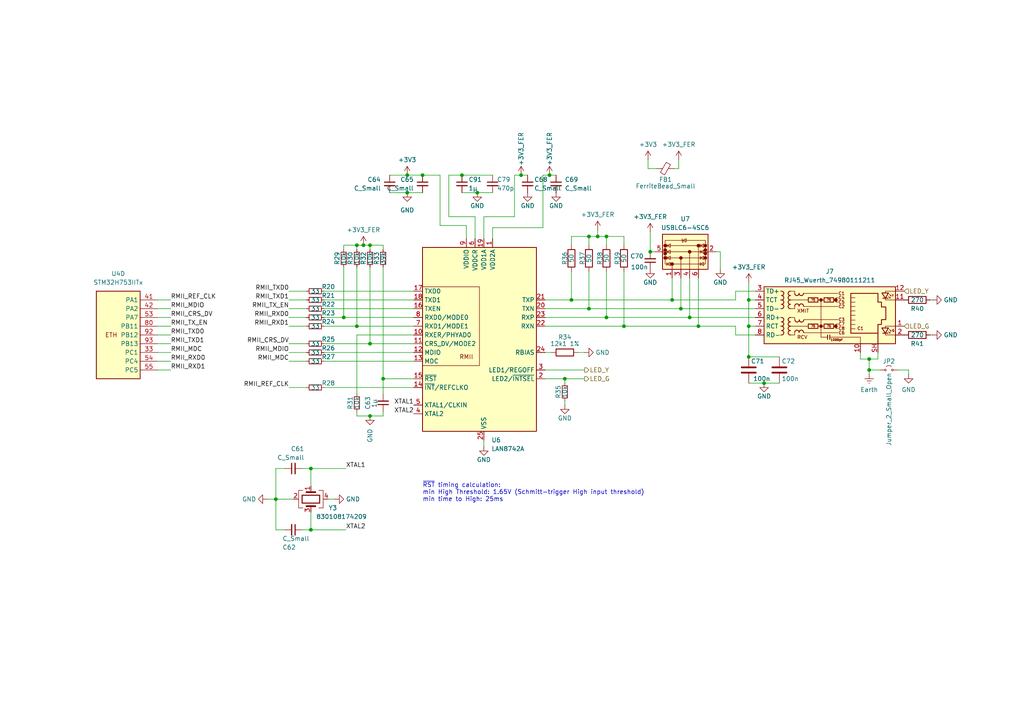
<source format=kicad_sch>
(kicad_sch
	(version 20231120)
	(generator "eeschema")
	(generator_version "8.0")
	(uuid "646f0ec7-69cc-4f42-8786-19ce68dbe63b")
	(paper "A4")
	
	(junction
		(at 252.095 107.315)
		(diameter 0)
		(color 0 0 0 0)
		(uuid "0a4dc002-a1a1-4420-82d9-0f8650ef61be")
	)
	(junction
		(at 111.125 109.855)
		(diameter 0)
		(color 0 0 0 0)
		(uuid "0aeb24f3-d935-490b-b775-65b25b725630")
	)
	(junction
		(at 194.945 86.995)
		(diameter 0)
		(color 0 0 0 0)
		(uuid "0fb4ec72-262c-40e3-9fd7-114db742f106")
	)
	(junction
		(at 163.83 109.855)
		(diameter 0)
		(color 0 0 0 0)
		(uuid "1b0dfb70-1ae2-419b-8562-dfad3b9b2ec1")
	)
	(junction
		(at 103.505 94.615)
		(diameter 0)
		(color 0 0 0 0)
		(uuid "2035bcc3-7426-4bcb-8edc-fae5b3357d94")
	)
	(junction
		(at 151.13 50.8)
		(diameter 0)
		(color 0 0 0 0)
		(uuid "2647d42f-9872-4cd1-b370-3dd4abad0ecf")
	)
	(junction
		(at 180.975 94.615)
		(diameter 0)
		(color 0 0 0 0)
		(uuid "365a1506-233c-4ff0-95cc-7f7a59db9742")
	)
	(junction
		(at 200.025 92.075)
		(diameter 0)
		(color 0 0 0 0)
		(uuid "39ba61ac-1fc3-4cdb-b801-1efe81804a82")
	)
	(junction
		(at 107.315 120.65)
		(diameter 0)
		(color 0 0 0 0)
		(uuid "3caa55c8-7e53-48bf-9414-1076f45003e0")
	)
	(junction
		(at 105.41 71.12)
		(diameter 0)
		(color 0 0 0 0)
		(uuid "4563f12f-6c71-486f-bec4-dc93e0f0bdd0")
	)
	(junction
		(at 165.735 86.995)
		(diameter 0)
		(color 0 0 0 0)
		(uuid "463d78f6-9a6e-4f37-93c6-b49793c12db1")
	)
	(junction
		(at 118.11 55.88)
		(diameter 0)
		(color 0 0 0 0)
		(uuid "4bf41199-004c-45e6-afd5-495ee1701c9b")
	)
	(junction
		(at 159.385 50.8)
		(diameter 0)
		(color 0 0 0 0)
		(uuid "4d300525-7eec-4176-997d-066554a55c5b")
	)
	(junction
		(at 221.615 111.125)
		(diameter 0)
		(color 0 0 0 0)
		(uuid "5f43df96-af99-4f70-af0c-81c21162083a")
	)
	(junction
		(at 217.17 86.995)
		(diameter 0)
		(color 0 0 0 0)
		(uuid "608c3ba2-14a8-4f9c-8522-bde368058f20")
	)
	(junction
		(at 80.01 144.78)
		(diameter 0)
		(color 0 0 0 0)
		(uuid "787f373f-9e88-4948-aee8-3d2848b59e9a")
	)
	(junction
		(at 175.895 92.075)
		(diameter 0)
		(color 0 0 0 0)
		(uuid "7fe16ac2-7ca3-4751-a581-5dcb8a6c92fd")
	)
	(junction
		(at 217.17 103.505)
		(diameter 0)
		(color 0 0 0 0)
		(uuid "9beb3c46-0a2f-4454-ac89-62302ac3b4b6")
	)
	(junction
		(at 99.695 92.075)
		(diameter 0)
		(color 0 0 0 0)
		(uuid "a19ea777-a0c8-4300-8c9c-2eff811d80a8")
	)
	(junction
		(at 173.355 68.58)
		(diameter 0)
		(color 0 0 0 0)
		(uuid "aae18f9d-4e04-46ce-b266-d0e944fa6fe0")
	)
	(junction
		(at 103.505 71.12)
		(diameter 0)
		(color 0 0 0 0)
		(uuid "abafef1c-2e60-46e4-a8ae-5d7767c8353f")
	)
	(junction
		(at 90.17 135.89)
		(diameter 0)
		(color 0 0 0 0)
		(uuid "aebe97b2-90e8-4de5-ae36-1e13702e691f")
	)
	(junction
		(at 217.17 94.615)
		(diameter 0)
		(color 0 0 0 0)
		(uuid "b9cce664-a30d-45fa-9a00-8b22b82def88")
	)
	(junction
		(at 202.565 94.615)
		(diameter 0)
		(color 0 0 0 0)
		(uuid "bf3fee38-ce73-4e40-99a7-39375a04cd81")
	)
	(junction
		(at 170.815 89.535)
		(diameter 0)
		(color 0 0 0 0)
		(uuid "c3700580-2003-4b1e-b1bb-6f518b3b860f")
	)
	(junction
		(at 107.315 71.12)
		(diameter 0)
		(color 0 0 0 0)
		(uuid "c8b15e7b-5ed9-416a-93dc-b2a461b3b216")
	)
	(junction
		(at 107.315 99.695)
		(diameter 0)
		(color 0 0 0 0)
		(uuid "d39b6d90-3daf-408a-85ef-31f5d5d58189")
	)
	(junction
		(at 170.815 68.58)
		(diameter 0)
		(color 0 0 0 0)
		(uuid "dbd60596-381e-4027-a0e0-5a70fa2bfffb")
	)
	(junction
		(at 118.11 50.8)
		(diameter 0)
		(color 0 0 0 0)
		(uuid "e18b112c-1c1f-4eb5-a9e5-ee22a43b638c")
	)
	(junction
		(at 175.895 68.58)
		(diameter 0)
		(color 0 0 0 0)
		(uuid "e67fad01-e732-47db-8c6b-05e5527967e6")
	)
	(junction
		(at 188.595 73.025)
		(diameter 0)
		(color 0 0 0 0)
		(uuid "f00bcc62-17d4-4f90-8f03-15fd4a6927a5")
	)
	(junction
		(at 197.485 89.535)
		(diameter 0)
		(color 0 0 0 0)
		(uuid "f2e34f27-b83c-4a30-9fb3-fde1faa8bd40")
	)
	(junction
		(at 90.17 153.67)
		(diameter 0)
		(color 0 0 0 0)
		(uuid "f671a679-fe35-4bcb-8fc5-8cfb555ede48")
	)
	(junction
		(at 138.43 55.88)
		(diameter 0)
		(color 0 0 0 0)
		(uuid "f7882165-b142-422f-b8b9-e7dd0618ad3f")
	)
	(junction
		(at 133.985 50.8)
		(diameter 0)
		(color 0 0 0 0)
		(uuid "f8fde5d8-42bd-473d-8f11-6dac1d9074ab")
	)
	(junction
		(at 122.555 50.8)
		(diameter 0)
		(color 0 0 0 0)
		(uuid "fd3d56cb-5792-4948-87e2-9e094dd849b5")
	)
	(junction
		(at 252.095 104.14)
		(diameter 0)
		(color 0 0 0 0)
		(uuid "fe636ced-f702-4712-8005-0b89218216b5")
	)
	(wire
		(pts
			(xy 217.17 111.125) (xy 221.615 111.125)
		)
		(stroke
			(width 0)
			(type default)
		)
		(uuid "00144ff2-1693-4af6-869b-7e0a6c94bd1c")
	)
	(wire
		(pts
			(xy 157.48 50.8) (xy 157.48 66.04)
		)
		(stroke
			(width 0)
			(type default)
		)
		(uuid "01affafa-6033-4662-b39b-b9bf66857308")
	)
	(wire
		(pts
			(xy 80.01 144.78) (xy 77.47 144.78)
		)
		(stroke
			(width 0)
			(type default)
		)
		(uuid "01ba70ec-75c3-48c2-bdc1-3082c9c1ff85")
	)
	(wire
		(pts
			(xy 263.525 108.585) (xy 263.525 107.315)
		)
		(stroke
			(width 0)
			(type default)
		)
		(uuid "06da63f1-7d48-4675-bf23-6154b3e6b7ac")
	)
	(wire
		(pts
			(xy 170.815 68.58) (xy 173.355 68.58)
		)
		(stroke
			(width 0)
			(type default)
		)
		(uuid "08911034-c627-4506-90df-866254fed377")
	)
	(wire
		(pts
			(xy 200.025 92.075) (xy 219.075 92.075)
		)
		(stroke
			(width 0)
			(type default)
		)
		(uuid "09c9e282-deee-40a3-9fa8-291b206bd2f5")
	)
	(wire
		(pts
			(xy 188.595 73.025) (xy 189.865 73.025)
		)
		(stroke
			(width 0)
			(type default)
		)
		(uuid "0af78097-134e-4eab-8e4d-2b17537b0a86")
	)
	(wire
		(pts
			(xy 103.505 71.12) (xy 103.505 72.39)
		)
		(stroke
			(width 0)
			(type default)
		)
		(uuid "0d4f2b73-4153-4178-a506-1e102a676c5a")
	)
	(wire
		(pts
			(xy 173.355 68.58) (xy 175.895 68.58)
		)
		(stroke
			(width 0)
			(type default)
		)
		(uuid "0fccca0a-4dda-4e18-8f4f-5693216504e8")
	)
	(wire
		(pts
			(xy 202.565 80.645) (xy 202.565 94.615)
		)
		(stroke
			(width 0)
			(type default)
		)
		(uuid "118a8e0b-9dfc-4ffd-9d07-d677aabac299")
	)
	(wire
		(pts
			(xy 118.11 50.8) (xy 122.555 50.8)
		)
		(stroke
			(width 0)
			(type default)
		)
		(uuid "142354ed-9bf0-4114-ba7d-84b1d9257e05")
	)
	(wire
		(pts
			(xy 170.815 78.74) (xy 170.815 89.535)
		)
		(stroke
			(width 0)
			(type default)
		)
		(uuid "15301487-0332-4c24-87d6-9ebe513c5aa8")
	)
	(wire
		(pts
			(xy 180.975 78.74) (xy 180.975 94.615)
		)
		(stroke
			(width 0)
			(type default)
		)
		(uuid "16d55de7-d73b-4de9-a28a-2ad1512f7552")
	)
	(wire
		(pts
			(xy 173.355 66.675) (xy 173.355 68.58)
		)
		(stroke
			(width 0)
			(type default)
		)
		(uuid "20e0de63-6e19-4287-9b59-e7006fd03ea4")
	)
	(wire
		(pts
			(xy 165.735 71.12) (xy 165.735 68.58)
		)
		(stroke
			(width 0)
			(type default)
		)
		(uuid "2125a24a-c2df-4b5f-9ce4-1ba7ca1ac7f3")
	)
	(wire
		(pts
			(xy 217.17 94.615) (xy 219.075 94.615)
		)
		(stroke
			(width 0)
			(type default)
		)
		(uuid "220e8c9f-eddd-4d41-b867-0777ab93f49f")
	)
	(wire
		(pts
			(xy 45.72 92.075) (xy 49.53 92.075)
		)
		(stroke
			(width 0)
			(type default)
		)
		(uuid "23d2efb4-7bcc-48a4-909b-bbd3d05a2745")
	)
	(wire
		(pts
			(xy 158.115 94.615) (xy 180.975 94.615)
		)
		(stroke
			(width 0)
			(type default)
		)
		(uuid "2654fbbe-d5a5-49a7-96c1-e5d3d9cbd202")
	)
	(wire
		(pts
			(xy 103.505 97.155) (xy 103.505 114.3)
		)
		(stroke
			(width 0)
			(type default)
		)
		(uuid "26b370ea-f94a-4cc7-8796-34563f511ab4")
	)
	(wire
		(pts
			(xy 122.555 50.8) (xy 127.635 50.8)
		)
		(stroke
			(width 0)
			(type default)
		)
		(uuid "279ee345-a8ac-4a81-89cf-2abbd26670bf")
	)
	(wire
		(pts
			(xy 83.82 92.075) (xy 88.9 92.075)
		)
		(stroke
			(width 0)
			(type default)
		)
		(uuid "28e1c6e0-596e-45fc-a2ae-dfd4218dcc2b")
	)
	(wire
		(pts
			(xy 93.98 89.535) (xy 120.015 89.535)
		)
		(stroke
			(width 0)
			(type default)
		)
		(uuid "2908b5f3-1eb4-488d-b97d-e1d760736771")
	)
	(wire
		(pts
			(xy 127.635 65.405) (xy 135.255 65.405)
		)
		(stroke
			(width 0)
			(type default)
		)
		(uuid "29531760-dd99-46ec-b090-373b73def878")
	)
	(wire
		(pts
			(xy 93.98 92.075) (xy 99.695 92.075)
		)
		(stroke
			(width 0)
			(type default)
		)
		(uuid "2b2480a8-a9e9-4d94-a36d-49898046089b")
	)
	(wire
		(pts
			(xy 45.72 104.775) (xy 49.53 104.775)
		)
		(stroke
			(width 0)
			(type default)
		)
		(uuid "2d1889fb-b78d-46bc-9b9f-a77d13ac50da")
	)
	(wire
		(pts
			(xy 149.225 62.865) (xy 140.335 62.865)
		)
		(stroke
			(width 0)
			(type default)
		)
		(uuid "2da8ee30-603c-4699-bd2a-d6150ecec628")
	)
	(wire
		(pts
			(xy 45.72 102.235) (xy 49.53 102.235)
		)
		(stroke
			(width 0)
			(type default)
		)
		(uuid "2fcd5923-5415-4aa0-b1b2-2572d5169ef0")
	)
	(wire
		(pts
			(xy 213.36 97.155) (xy 213.36 94.615)
		)
		(stroke
			(width 0)
			(type default)
		)
		(uuid "303ec749-b4df-4895-af78-935caf4ffa85")
	)
	(wire
		(pts
			(xy 249.555 102.235) (xy 249.555 104.14)
		)
		(stroke
			(width 0)
			(type default)
		)
		(uuid "339e1b2d-bb9b-420b-8721-d254f6400d5d")
	)
	(wire
		(pts
			(xy 83.82 102.235) (xy 88.9 102.235)
		)
		(stroke
			(width 0)
			(type default)
		)
		(uuid "34208d06-6624-45f4-8759-b98580b4cab6")
	)
	(wire
		(pts
			(xy 93.98 102.235) (xy 120.015 102.235)
		)
		(stroke
			(width 0)
			(type default)
		)
		(uuid "35e81548-5ac8-467a-a178-4c0ac688ccd6")
	)
	(wire
		(pts
			(xy 83.82 94.615) (xy 88.9 94.615)
		)
		(stroke
			(width 0)
			(type default)
		)
		(uuid "3a18ed65-3736-42ee-a19e-d4fe4e0db912")
	)
	(wire
		(pts
			(xy 130.175 50.8) (xy 130.175 62.865)
		)
		(stroke
			(width 0)
			(type default)
		)
		(uuid "429cc455-908c-4731-9f3e-59cdf1306dda")
	)
	(wire
		(pts
			(xy 83.82 89.535) (xy 88.9 89.535)
		)
		(stroke
			(width 0)
			(type default)
		)
		(uuid "436c1e9b-5847-48e1-8461-50d0c76d4f4d")
	)
	(wire
		(pts
			(xy 163.83 109.855) (xy 158.115 109.855)
		)
		(stroke
			(width 0)
			(type default)
		)
		(uuid "43dae1d9-5de7-4a35-8a77-507e554c0068")
	)
	(wire
		(pts
			(xy 187.96 48.895) (xy 190.5 48.895)
		)
		(stroke
			(width 0)
			(type default)
		)
		(uuid "48a5b44a-d3cd-4119-adc8-7a67986557fb")
	)
	(wire
		(pts
			(xy 194.945 86.995) (xy 213.36 86.995)
		)
		(stroke
			(width 0)
			(type default)
		)
		(uuid "49a09884-c4f9-4fb9-af64-7c5e38ae0089")
	)
	(wire
		(pts
			(xy 175.895 92.075) (xy 200.025 92.075)
		)
		(stroke
			(width 0)
			(type default)
		)
		(uuid "4b7f8fc0-827f-4f00-b156-8f616aaebcf6")
	)
	(wire
		(pts
			(xy 107.315 77.47) (xy 107.315 99.695)
		)
		(stroke
			(width 0)
			(type default)
		)
		(uuid "4bc5c759-75f0-40ef-a141-a41cb1f491fc")
	)
	(wire
		(pts
			(xy 175.895 78.74) (xy 175.895 92.075)
		)
		(stroke
			(width 0)
			(type default)
		)
		(uuid "4d5374fe-a43a-4c9b-b414-195fc28fb9b7")
	)
	(wire
		(pts
			(xy 111.125 72.39) (xy 111.125 71.12)
		)
		(stroke
			(width 0)
			(type default)
		)
		(uuid "4dff4e67-cad5-4f92-98a5-4953a8dd4e56")
	)
	(wire
		(pts
			(xy 82.55 153.67) (xy 80.01 153.67)
		)
		(stroke
			(width 0)
			(type default)
		)
		(uuid "4e385c0d-88cc-48c9-a4b5-aefeda986768")
	)
	(wire
		(pts
			(xy 133.985 55.88) (xy 138.43 55.88)
		)
		(stroke
			(width 0)
			(type default)
		)
		(uuid "522a4a19-7f4a-411b-b5a1-ed8003c0efd3")
	)
	(wire
		(pts
			(xy 83.82 86.995) (xy 88.9 86.995)
		)
		(stroke
			(width 0)
			(type default)
		)
		(uuid "52bf19ae-217a-4d6e-9ab1-0d2ab2ccf89a")
	)
	(wire
		(pts
			(xy 270.51 86.995) (xy 269.875 86.995)
		)
		(stroke
			(width 0)
			(type default)
		)
		(uuid "55698565-bacc-4261-aa34-18d5c76ebd76")
	)
	(wire
		(pts
			(xy 197.485 80.645) (xy 197.485 89.535)
		)
		(stroke
			(width 0)
			(type default)
		)
		(uuid "56d8dadf-b674-4028-8f4e-65c3909af058")
	)
	(wire
		(pts
			(xy 83.82 84.455) (xy 88.9 84.455)
		)
		(stroke
			(width 0)
			(type default)
		)
		(uuid "5937e630-c0ef-452a-b08d-abca98131ba2")
	)
	(wire
		(pts
			(xy 45.72 89.535) (xy 49.53 89.535)
		)
		(stroke
			(width 0)
			(type default)
		)
		(uuid "5e24a51b-7d35-445e-a28a-0a7f428dde79")
	)
	(wire
		(pts
			(xy 95.25 144.78) (xy 97.155 144.78)
		)
		(stroke
			(width 0)
			(type default)
		)
		(uuid "61508d60-da4b-43b3-894f-9d6e19fa150a")
	)
	(wire
		(pts
			(xy 103.505 97.155) (xy 120.015 97.155)
		)
		(stroke
			(width 0)
			(type default)
		)
		(uuid "61b320ff-404a-46cc-a700-a316d6f91a6b")
	)
	(wire
		(pts
			(xy 187.96 46.355) (xy 187.96 48.895)
		)
		(stroke
			(width 0)
			(type default)
		)
		(uuid "61d58686-f4f3-4cd0-9e72-c6599e6e60e5")
	)
	(wire
		(pts
			(xy 163.83 109.855) (xy 163.83 111.125)
		)
		(stroke
			(width 0)
			(type default)
		)
		(uuid "674f085f-fb53-4729-8e44-4201119212aa")
	)
	(wire
		(pts
			(xy 165.735 86.995) (xy 194.945 86.995)
		)
		(stroke
			(width 0)
			(type default)
		)
		(uuid "68e7ac38-1da3-479d-a797-f782c6d0134f")
	)
	(wire
		(pts
			(xy 130.175 50.8) (xy 133.985 50.8)
		)
		(stroke
			(width 0)
			(type default)
		)
		(uuid "68f2f386-eb02-421e-a7d1-2f8fbe6da36d")
	)
	(wire
		(pts
			(xy 113.03 50.8) (xy 118.11 50.8)
		)
		(stroke
			(width 0)
			(type default)
		)
		(uuid "68fb5c3d-f8f2-47a7-a0d0-a55e8c94480d")
	)
	(wire
		(pts
			(xy 213.36 84.455) (xy 219.075 84.455)
		)
		(stroke
			(width 0)
			(type default)
		)
		(uuid "6afcbffe-476b-4748-95fe-8ea452c242cd")
	)
	(wire
		(pts
			(xy 45.72 99.695) (xy 49.53 99.695)
		)
		(stroke
			(width 0)
			(type default)
		)
		(uuid "6b66700f-6440-4a98-9ea2-912876cb0c86")
	)
	(wire
		(pts
			(xy 252.095 107.315) (xy 255.27 107.315)
		)
		(stroke
			(width 0)
			(type default)
		)
		(uuid "6c6c5d66-4a78-43a2-ad9f-8471ed731a0b")
	)
	(wire
		(pts
			(xy 180.975 68.58) (xy 180.975 71.12)
		)
		(stroke
			(width 0)
			(type default)
		)
		(uuid "6c972cd1-4da0-4615-aed0-1b0e67e4768a")
	)
	(wire
		(pts
			(xy 219.075 86.995) (xy 217.17 86.995)
		)
		(stroke
			(width 0)
			(type default)
		)
		(uuid "6e785828-3fe3-4bff-b9a6-2ec11b609e3c")
	)
	(wire
		(pts
			(xy 93.98 104.775) (xy 120.015 104.775)
		)
		(stroke
			(width 0)
			(type default)
		)
		(uuid "70012f6e-429d-42e8-b068-535d4aff1b38")
	)
	(wire
		(pts
			(xy 103.505 71.12) (xy 105.41 71.12)
		)
		(stroke
			(width 0)
			(type default)
		)
		(uuid "7129da73-7193-432a-864d-9d42b90060be")
	)
	(wire
		(pts
			(xy 217.17 103.505) (xy 226.06 103.505)
		)
		(stroke
			(width 0)
			(type default)
		)
		(uuid "78aba207-eb8b-48e5-be39-c7b69e8a494c")
	)
	(wire
		(pts
			(xy 270.51 97.155) (xy 269.875 97.155)
		)
		(stroke
			(width 0)
			(type default)
		)
		(uuid "7bcc2f40-53e0-4560-bac4-206255dca4e5")
	)
	(wire
		(pts
			(xy 99.695 92.075) (xy 120.015 92.075)
		)
		(stroke
			(width 0)
			(type default)
		)
		(uuid "7c2481da-70c0-4909-862e-16149359c609")
	)
	(wire
		(pts
			(xy 133.985 50.8) (xy 142.875 50.8)
		)
		(stroke
			(width 0)
			(type default)
		)
		(uuid "7c97ce75-94c9-4b10-8262-850d8bbb3df6")
	)
	(wire
		(pts
			(xy 90.17 135.89) (xy 90.17 140.97)
		)
		(stroke
			(width 0)
			(type default)
		)
		(uuid "7ea64745-433b-4445-8340-fe5232f8e914")
	)
	(wire
		(pts
			(xy 93.98 112.395) (xy 120.015 112.395)
		)
		(stroke
			(width 0)
			(type default)
		)
		(uuid "7fbc9325-e968-4f74-9b93-5bd8d08d7e5f")
	)
	(wire
		(pts
			(xy 93.98 84.455) (xy 120.015 84.455)
		)
		(stroke
			(width 0)
			(type default)
		)
		(uuid "80a4a5ca-feda-453f-b37e-273cf993fdbe")
	)
	(wire
		(pts
			(xy 169.545 107.315) (xy 158.115 107.315)
		)
		(stroke
			(width 0)
			(type default)
		)
		(uuid "812ff3f7-f076-40b5-8856-3a597416b7eb")
	)
	(wire
		(pts
			(xy 170.815 89.535) (xy 197.485 89.535)
		)
		(stroke
			(width 0)
			(type default)
		)
		(uuid "82092a5a-e0f7-4f4e-9049-9e99b980a1b6")
	)
	(wire
		(pts
			(xy 208.915 78.105) (xy 208.915 73.025)
		)
		(stroke
			(width 0)
			(type default)
		)
		(uuid "83ea4a83-a30c-48bd-9175-53b0aa084a6a")
	)
	(wire
		(pts
			(xy 99.695 77.47) (xy 99.695 92.075)
		)
		(stroke
			(width 0)
			(type default)
		)
		(uuid "871fb53c-fd13-4b02-abc0-fe5e27b7b0a5")
	)
	(wire
		(pts
			(xy 158.115 89.535) (xy 170.815 89.535)
		)
		(stroke
			(width 0)
			(type default)
		)
		(uuid "8a403cb8-dfd3-4ae5-be0f-3761e62ab178")
	)
	(wire
		(pts
			(xy 83.82 99.695) (xy 88.9 99.695)
		)
		(stroke
			(width 0)
			(type default)
		)
		(uuid "8a5a1edd-b612-4278-ace6-d9a58e952d76")
	)
	(wire
		(pts
			(xy 103.505 94.615) (xy 120.015 94.615)
		)
		(stroke
			(width 0)
			(type default)
		)
		(uuid "8bc3e9a0-e3c7-4ab7-81fe-5f240abc8e28")
	)
	(wire
		(pts
			(xy 208.915 73.025) (xy 207.645 73.025)
		)
		(stroke
			(width 0)
			(type default)
		)
		(uuid "8c28dfd6-f055-4f0f-bfd7-60187e203c7b")
	)
	(wire
		(pts
			(xy 169.545 109.855) (xy 163.83 109.855)
		)
		(stroke
			(width 0)
			(type default)
		)
		(uuid "8ded6cc0-737a-4c89-89a1-f1139eb4cc8e")
	)
	(wire
		(pts
			(xy 83.82 104.775) (xy 88.9 104.775)
		)
		(stroke
			(width 0)
			(type default)
		)
		(uuid "8e0b8178-31de-48d9-b9c1-9458379f8036")
	)
	(wire
		(pts
			(xy 165.735 78.74) (xy 165.735 86.995)
		)
		(stroke
			(width 0)
			(type default)
		)
		(uuid "91da2b26-22a0-4542-b2ee-931d057c3727")
	)
	(wire
		(pts
			(xy 90.17 153.67) (xy 87.63 153.67)
		)
		(stroke
			(width 0)
			(type default)
		)
		(uuid "92bf7c38-400d-49d1-ad9d-4d9a6ce02c7c")
	)
	(wire
		(pts
			(xy 217.17 81.915) (xy 217.17 86.995)
		)
		(stroke
			(width 0)
			(type default)
		)
		(uuid "94478a99-c3c4-4e4c-a495-d24168655c5f")
	)
	(wire
		(pts
			(xy 127.635 50.8) (xy 127.635 65.405)
		)
		(stroke
			(width 0)
			(type default)
		)
		(uuid "94a1c5ba-7c20-4a13-9b87-f0fa0e9f28df")
	)
	(wire
		(pts
			(xy 254.635 102.235) (xy 254.635 104.14)
		)
		(stroke
			(width 0)
			(type default)
		)
		(uuid "952da97a-927e-4ca1-baaf-7ff4a88abfb2")
	)
	(wire
		(pts
			(xy 252.095 104.14) (xy 254.635 104.14)
		)
		(stroke
			(width 0)
			(type default)
		)
		(uuid "97f110a7-551f-4025-aabc-dea7c2b7dcd7")
	)
	(wire
		(pts
			(xy 249.555 104.14) (xy 252.095 104.14)
		)
		(stroke
			(width 0)
			(type default)
		)
		(uuid "984cd56c-c49f-48f8-aa4b-f552714fdc23")
	)
	(wire
		(pts
			(xy 45.72 107.315) (xy 49.53 107.315)
		)
		(stroke
			(width 0)
			(type default)
		)
		(uuid "9885e643-76f4-43fa-bcbf-55ff7c90248a")
	)
	(wire
		(pts
			(xy 80.01 135.89) (xy 82.55 135.89)
		)
		(stroke
			(width 0)
			(type default)
		)
		(uuid "9b556e72-6b69-440e-8dd6-395eced69758")
	)
	(wire
		(pts
			(xy 260.35 107.315) (xy 263.525 107.315)
		)
		(stroke
			(width 0)
			(type default)
		)
		(uuid "9cf1c10b-b647-46e8-a76f-84bc75175116")
	)
	(wire
		(pts
			(xy 83.82 112.395) (xy 88.9 112.395)
		)
		(stroke
			(width 0)
			(type default)
		)
		(uuid "9d47613c-b2e9-47d4-b847-783c0eecfe36")
	)
	(wire
		(pts
			(xy 80.01 144.78) (xy 85.09 144.78)
		)
		(stroke
			(width 0)
			(type default)
		)
		(uuid "9e328c0b-b8d0-44c3-9502-a376eb60c70f")
	)
	(wire
		(pts
			(xy 195.58 48.895) (xy 196.85 48.895)
		)
		(stroke
			(width 0)
			(type default)
		)
		(uuid "9f77652f-e7f9-4d2e-9fd8-b7fed4b023d7")
	)
	(wire
		(pts
			(xy 45.72 97.155) (xy 49.53 97.155)
		)
		(stroke
			(width 0)
			(type default)
		)
		(uuid "a15bffc4-03ec-4494-b211-30b28e55de7c")
	)
	(wire
		(pts
			(xy 159.385 50.8) (xy 161.29 50.8)
		)
		(stroke
			(width 0)
			(type default)
		)
		(uuid "a1b019fd-8deb-484b-9046-8f51a332eb08")
	)
	(wire
		(pts
			(xy 107.315 120.65) (xy 111.125 120.65)
		)
		(stroke
			(width 0)
			(type default)
		)
		(uuid "a217d090-1d38-4eee-829a-2cd8d5b17e1d")
	)
	(wire
		(pts
			(xy 100.33 135.89) (xy 90.17 135.89)
		)
		(stroke
			(width 0)
			(type default)
		)
		(uuid "a3ac8f3e-6ccb-4afa-b5be-fc8a54d1b5c3")
	)
	(wire
		(pts
			(xy 157.48 50.8) (xy 159.385 50.8)
		)
		(stroke
			(width 0)
			(type default)
		)
		(uuid "a6e42b82-5250-4794-aa1b-6a9d3cc2a740")
	)
	(wire
		(pts
			(xy 93.98 86.995) (xy 120.015 86.995)
		)
		(stroke
			(width 0)
			(type default)
		)
		(uuid "a7868e83-bfe3-479d-bf66-bb3b1a2e03db")
	)
	(wire
		(pts
			(xy 153.035 50.8) (xy 151.13 50.8)
		)
		(stroke
			(width 0)
			(type default)
		)
		(uuid "a78d45b3-6f4b-40c8-b675-b373cdf2db95")
	)
	(wire
		(pts
			(xy 80.01 144.78) (xy 80.01 135.89)
		)
		(stroke
			(width 0)
			(type default)
		)
		(uuid "a80f71b5-806b-448e-8d71-c0fa43b87a80")
	)
	(wire
		(pts
			(xy 157.48 66.04) (xy 142.875 66.04)
		)
		(stroke
			(width 0)
			(type default)
		)
		(uuid "aca29c85-595d-4868-bff2-7837dc83bbb1")
	)
	(wire
		(pts
			(xy 175.895 68.58) (xy 175.895 71.12)
		)
		(stroke
			(width 0)
			(type default)
		)
		(uuid "acfd7b76-16dc-49f2-a48a-5c7cd1ce04e7")
	)
	(wire
		(pts
			(xy 194.945 80.645) (xy 194.945 86.995)
		)
		(stroke
			(width 0)
			(type default)
		)
		(uuid "ad60bc0e-9462-4d07-811d-ade200ec1991")
	)
	(wire
		(pts
			(xy 45.72 86.995) (xy 49.53 86.995)
		)
		(stroke
			(width 0)
			(type default)
		)
		(uuid "ad8abd60-dcfd-4719-84a8-2aa3bb4d78e2")
	)
	(wire
		(pts
			(xy 100.33 153.67) (xy 90.17 153.67)
		)
		(stroke
			(width 0)
			(type default)
		)
		(uuid "adc8bd2c-37d6-4047-8788-f3094fbc5d11")
	)
	(wire
		(pts
			(xy 103.505 77.47) (xy 103.505 94.615)
		)
		(stroke
			(width 0)
			(type default)
		)
		(uuid "b147d74c-0249-49e5-ba86-6d63126ec931")
	)
	(wire
		(pts
			(xy 140.335 127.635) (xy 140.335 129.54)
		)
		(stroke
			(width 0)
			(type default)
		)
		(uuid "b15c7db4-bbd8-467f-ada9-e6ccec227f53")
	)
	(wire
		(pts
			(xy 217.17 94.615) (xy 217.17 103.505)
		)
		(stroke
			(width 0)
			(type default)
		)
		(uuid "b3b6295f-3bd7-4cb7-8d2f-5eb061c3ec6f")
	)
	(wire
		(pts
			(xy 196.85 46.355) (xy 196.85 48.895)
		)
		(stroke
			(width 0)
			(type default)
		)
		(uuid "b3eb0eee-b544-43cc-ac14-ef786a2e8e70")
	)
	(wire
		(pts
			(xy 45.72 94.615) (xy 49.53 94.615)
		)
		(stroke
			(width 0)
			(type default)
		)
		(uuid "b659373f-abac-4095-91b7-3cd134be45d6")
	)
	(wire
		(pts
			(xy 103.505 120.65) (xy 107.315 120.65)
		)
		(stroke
			(width 0)
			(type default)
		)
		(uuid "b73903b7-494b-4637-8729-42a2bd00ff34")
	)
	(wire
		(pts
			(xy 135.255 65.405) (xy 135.255 69.215)
		)
		(stroke
			(width 0)
			(type default)
		)
		(uuid "b9e03fb6-2f0c-4279-b9d4-c71f9ecc5acc")
	)
	(wire
		(pts
			(xy 200.025 80.645) (xy 200.025 92.075)
		)
		(stroke
			(width 0)
			(type default)
		)
		(uuid "ba6b1bb9-961d-4b7c-b9d8-fac7fc52d59c")
	)
	(wire
		(pts
			(xy 221.615 111.125) (xy 226.06 111.125)
		)
		(stroke
			(width 0)
			(type default)
		)
		(uuid "bbbb2aa4-d452-4a66-bb98-5d058a59c6cb")
	)
	(wire
		(pts
			(xy 111.125 120.65) (xy 111.125 119.38)
		)
		(stroke
			(width 0)
			(type default)
		)
		(uuid "bc65dd97-6b27-46a0-a9b7-12090675e50e")
	)
	(wire
		(pts
			(xy 197.485 89.535) (xy 219.075 89.535)
		)
		(stroke
			(width 0)
			(type default)
		)
		(uuid "bd0553eb-77a6-4647-a4c3-297b942873da")
	)
	(wire
		(pts
			(xy 99.695 71.12) (xy 103.505 71.12)
		)
		(stroke
			(width 0)
			(type default)
		)
		(uuid "be79e75b-7ed4-4d49-a22c-57af6699a84b")
	)
	(wire
		(pts
			(xy 158.115 92.075) (xy 175.895 92.075)
		)
		(stroke
			(width 0)
			(type default)
		)
		(uuid "bea9ac0c-383b-43e8-bd7a-ed1b0184cb56")
	)
	(wire
		(pts
			(xy 163.83 116.205) (xy 163.83 117.475)
		)
		(stroke
			(width 0)
			(type default)
		)
		(uuid "bf9515c4-18eb-4e02-b1ea-e1efa3d812c6")
	)
	(wire
		(pts
			(xy 252.095 104.14) (xy 252.095 107.315)
		)
		(stroke
			(width 0)
			(type default)
		)
		(uuid "c00f1a19-9a24-4f94-a353-f0a3934af9f0")
	)
	(wire
		(pts
			(xy 160.02 102.235) (xy 158.115 102.235)
		)
		(stroke
			(width 0)
			(type default)
		)
		(uuid "c2a5f62a-48ec-4025-9c16-f41f634127df")
	)
	(wire
		(pts
			(xy 93.98 94.615) (xy 103.505 94.615)
		)
		(stroke
			(width 0)
			(type default)
		)
		(uuid "c4f9098d-65a2-45fb-a988-1643465e1e0a")
	)
	(wire
		(pts
			(xy 107.315 99.695) (xy 120.015 99.695)
		)
		(stroke
			(width 0)
			(type default)
		)
		(uuid "c50b4b23-93b6-4403-895a-1d659fd37072")
	)
	(wire
		(pts
			(xy 151.13 50.8) (xy 149.225 50.8)
		)
		(stroke
			(width 0)
			(type default)
		)
		(uuid "c53fef38-6ac5-421b-a1b6-5eebd9c4aea7")
	)
	(wire
		(pts
			(xy 99.695 72.39) (xy 99.695 71.12)
		)
		(stroke
			(width 0)
			(type default)
		)
		(uuid "c9abb0ee-9525-464f-8566-fa1f334bf4be")
	)
	(wire
		(pts
			(xy 165.735 86.995) (xy 158.115 86.995)
		)
		(stroke
			(width 0)
			(type default)
		)
		(uuid "cc6e4fa6-f53d-490b-8743-526a9100e71d")
	)
	(wire
		(pts
			(xy 188.595 67.31) (xy 188.595 73.025)
		)
		(stroke
			(width 0)
			(type default)
		)
		(uuid "cd10e510-1d6c-49af-97e6-ac8446a06643")
	)
	(wire
		(pts
			(xy 111.125 109.855) (xy 111.125 114.3)
		)
		(stroke
			(width 0)
			(type default)
		)
		(uuid "cd86c8f3-b5bc-42ac-9da9-c963d31692ac")
	)
	(wire
		(pts
			(xy 213.36 97.155) (xy 219.075 97.155)
		)
		(stroke
			(width 0)
			(type default)
		)
		(uuid "cdf3343a-e54a-48d4-a6b3-953fb3fa9220")
	)
	(wire
		(pts
			(xy 252.095 107.315) (xy 252.095 108.585)
		)
		(stroke
			(width 0)
			(type default)
		)
		(uuid "d0c6e02d-e1dd-4228-9250-0c868f09525e")
	)
	(wire
		(pts
			(xy 165.735 68.58) (xy 170.815 68.58)
		)
		(stroke
			(width 0)
			(type default)
		)
		(uuid "d1826d52-0eba-4306-9409-8f71d86591ce")
	)
	(wire
		(pts
			(xy 111.125 77.47) (xy 111.125 109.855)
		)
		(stroke
			(width 0)
			(type default)
		)
		(uuid "d2644571-80d5-4129-81fa-97523e1d52af")
	)
	(wire
		(pts
			(xy 103.505 119.38) (xy 103.505 120.65)
		)
		(stroke
			(width 0)
			(type default)
		)
		(uuid "d32a798a-2e1b-4535-8805-d7e5ea0eaae2")
	)
	(wire
		(pts
			(xy 137.795 62.865) (xy 137.795 69.215)
		)
		(stroke
			(width 0)
			(type default)
		)
		(uuid "d7719353-f0ae-4b86-8de9-287fbe617e2c")
	)
	(wire
		(pts
			(xy 80.01 153.67) (xy 80.01 144.78)
		)
		(stroke
			(width 0)
			(type default)
		)
		(uuid "d99d427d-7613-4dc3-975f-e7800535aed9")
	)
	(wire
		(pts
			(xy 111.125 109.855) (xy 120.015 109.855)
		)
		(stroke
			(width 0)
			(type default)
		)
		(uuid "dacf0e3f-18ef-4c5e-8bbc-d74e44e547ea")
	)
	(wire
		(pts
			(xy 130.175 62.865) (xy 137.795 62.865)
		)
		(stroke
			(width 0)
			(type default)
		)
		(uuid "db4fcfd2-aede-4844-ac04-0715279789dd")
	)
	(wire
		(pts
			(xy 217.17 86.995) (xy 217.17 94.615)
		)
		(stroke
			(width 0)
			(type default)
		)
		(uuid "dd18eb2c-730b-4e31-ae7a-f77b42140eed")
	)
	(wire
		(pts
			(xy 180.975 94.615) (xy 202.565 94.615)
		)
		(stroke
			(width 0)
			(type default)
		)
		(uuid "e155ea79-d884-4589-86ae-8bf43c64a009")
	)
	(wire
		(pts
			(xy 170.815 68.58) (xy 170.815 71.12)
		)
		(stroke
			(width 0)
			(type default)
		)
		(uuid "e50b5493-8d01-4a3e-887c-511eeba7286c")
	)
	(wire
		(pts
			(xy 107.315 71.12) (xy 107.315 72.39)
		)
		(stroke
			(width 0)
			(type default)
		)
		(uuid "e5eb505e-e779-4399-a8f9-e3921bbc7710")
	)
	(wire
		(pts
			(xy 118.11 55.88) (xy 122.555 55.88)
		)
		(stroke
			(width 0)
			(type default)
		)
		(uuid "e6305fd3-d2f8-4b1d-be6d-565464e30f52")
	)
	(wire
		(pts
			(xy 149.225 50.8) (xy 149.225 62.865)
		)
		(stroke
			(width 0)
			(type default)
		)
		(uuid "e7abd211-a126-4e86-8ac4-cd6f7b1d8db2")
	)
	(wire
		(pts
			(xy 175.895 68.58) (xy 180.975 68.58)
		)
		(stroke
			(width 0)
			(type default)
		)
		(uuid "e9739e40-1808-4fcf-b512-cf42ab4a7959")
	)
	(wire
		(pts
			(xy 87.63 135.89) (xy 90.17 135.89)
		)
		(stroke
			(width 0)
			(type default)
		)
		(uuid "ec87a965-a33e-4bb4-8d61-2d5e11d06920")
	)
	(wire
		(pts
			(xy 169.545 102.235) (xy 167.64 102.235)
		)
		(stroke
			(width 0)
			(type default)
		)
		(uuid "ee017901-6604-4033-9edb-84ee8341180e")
	)
	(wire
		(pts
			(xy 105.41 71.12) (xy 107.315 71.12)
		)
		(stroke
			(width 0)
			(type default)
		)
		(uuid "eecbef23-46b2-4aa9-8bef-65f283b4ddb7")
	)
	(wire
		(pts
			(xy 142.875 66.04) (xy 142.875 69.215)
		)
		(stroke
			(width 0)
			(type default)
		)
		(uuid "ef6e78f6-c7ec-4702-9f2f-afc339511181")
	)
	(wire
		(pts
			(xy 213.36 84.455) (xy 213.36 86.995)
		)
		(stroke
			(width 0)
			(type default)
		)
		(uuid "f046ebd9-0e75-4b81-b0e1-a29ab86d327a")
	)
	(wire
		(pts
			(xy 90.17 148.59) (xy 90.17 153.67)
		)
		(stroke
			(width 0)
			(type default)
		)
		(uuid "f0ad7163-6cf0-4dc0-8878-cd318ce0e966")
	)
	(wire
		(pts
			(xy 93.98 99.695) (xy 107.315 99.695)
		)
		(stroke
			(width 0)
			(type default)
		)
		(uuid "f356096d-2687-4997-8b33-afe93c339623")
	)
	(wire
		(pts
			(xy 113.03 55.88) (xy 118.11 55.88)
		)
		(stroke
			(width 0)
			(type default)
		)
		(uuid "f4147115-69b5-4690-b520-4dc0896d7067")
	)
	(wire
		(pts
			(xy 111.125 71.12) (xy 107.315 71.12)
		)
		(stroke
			(width 0)
			(type default)
		)
		(uuid "f720fd59-61a1-409a-95ec-f86ffbe4a665")
	)
	(wire
		(pts
			(xy 202.565 94.615) (xy 213.36 94.615)
		)
		(stroke
			(width 0)
			(type default)
		)
		(uuid "faa65a5e-8d4b-4674-b116-691621917f37")
	)
	(wire
		(pts
			(xy 138.43 55.88) (xy 142.875 55.88)
		)
		(stroke
			(width 0)
			(type default)
		)
		(uuid "fd0b2736-439e-4d04-8d91-08fda19dd721")
	)
	(wire
		(pts
			(xy 140.335 62.865) (xy 140.335 69.215)
		)
		(stroke
			(width 0)
			(type default)
		)
		(uuid "fd9413b9-7e53-4c78-b960-1364993f86fe")
	)
	(text "~{RST} timing calculation:\nmin High Threshold: 1.65V (Schmitt-trigger High input threshold)\nmin time to High: 25ms"
		(exclude_from_sim no)
		(at 122.555 142.875 0)
		(effects
			(font
				(size 1.27 1.27)
			)
			(justify left)
		)
		(uuid "647e5c24-9002-4bcb-9253-b89a1429e58f")
	)
	(label "RMII_REF_CLK"
		(at 83.82 112.395 180)
		(effects
			(font
				(size 1.27 1.27)
			)
			(justify right bottom)
		)
		(uuid "26607b01-67c9-4133-821a-3356345fb417")
	)
	(label "RMII_TX_EN"
		(at 83.82 89.535 180)
		(effects
			(font
				(size 1.27 1.27)
			)
			(justify right bottom)
		)
		(uuid "29c18692-8289-4c7f-8256-bce50a093eab")
	)
	(label "XTAL2"
		(at 120.015 120.015 180)
		(effects
			(font
				(size 1.27 1.27)
			)
			(justify right bottom)
		)
		(uuid "46df73cb-ee33-42a6-903d-3ad9319d678f")
	)
	(label "XTAL2"
		(at 100.33 153.67 0)
		(effects
			(font
				(size 1.27 1.27)
			)
			(justify left bottom)
		)
		(uuid "4ed7961a-40fe-4d7e-912c-5d7f470b7fb3")
	)
	(label "RMII_TXD1"
		(at 83.82 86.995 180)
		(effects
			(font
				(size 1.27 1.27)
			)
			(justify right bottom)
		)
		(uuid "65f0420b-606f-4665-a9e0-567d3e25c063")
	)
	(label "RMII_MDIO"
		(at 49.53 89.535 0)
		(effects
			(font
				(size 1.27 1.27)
			)
			(justify left bottom)
		)
		(uuid "72a41389-6c10-4186-8162-cffd51c08360")
	)
	(label "RMII_CRS_DV"
		(at 49.53 92.075 0)
		(effects
			(font
				(size 1.27 1.27)
			)
			(justify left bottom)
		)
		(uuid "76221a8e-9b12-450b-bd51-4563455012ca")
	)
	(label "RMII_MDIO"
		(at 83.82 102.235 180)
		(effects
			(font
				(size 1.27 1.27)
			)
			(justify right bottom)
		)
		(uuid "7d2cf202-81a9-43d1-88fe-a03a5366dbe9")
	)
	(label "RMII_MDC"
		(at 49.53 102.235 0)
		(effects
			(font
				(size 1.27 1.27)
			)
			(justify left bottom)
		)
		(uuid "7df9e5db-6760-4d35-84d8-9fc64ee8a1ab")
	)
	(label "RMII_REF_CLK"
		(at 49.53 86.995 0)
		(effects
			(font
				(size 1.27 1.27)
			)
			(justify left bottom)
		)
		(uuid "7fa9900f-5498-4495-ac38-f7456f9444f5")
	)
	(label "RMII_RXD0"
		(at 83.82 92.075 180)
		(effects
			(font
				(size 1.27 1.27)
			)
			(justify right bottom)
		)
		(uuid "8b57d780-3ea7-42bc-ac23-0806c6a3decc")
	)
	(label "RMII_MDC"
		(at 83.82 104.775 180)
		(effects
			(font
				(size 1.27 1.27)
			)
			(justify right bottom)
		)
		(uuid "918be8f4-57e2-4b87-bb9b-a40b65c25807")
	)
	(label "RMII_RXD1"
		(at 83.82 94.615 180)
		(effects
			(font
				(size 1.27 1.27)
			)
			(justify right bottom)
		
... [94204 chars truncated]
</source>
